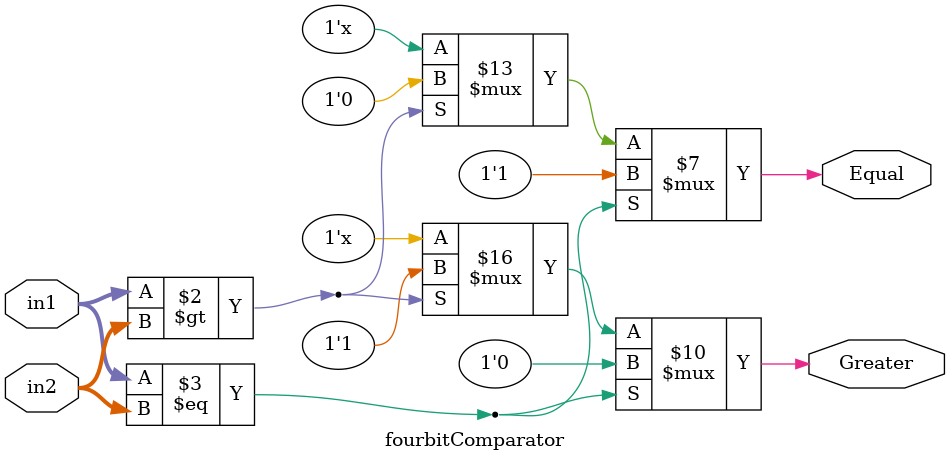
<source format=v>


`timescale 10ns / 10ps
module fourbitComparator(in1,in2,Greater,Equal);
  
    input wire [3:0]in1;
    input wire [3:0]in2;
    output reg Greater=1'b0,Equal=1'b0;
    always@(in1,in2)
        begin
            if(in1>in2)
                begin
                    Greater = 1'b1;
                    Equal = 1'b0;
                end
            if(in1==in2)
                begin
                    Greater = 1'b0;
                    Equal = 1'b1;
                end
        end
  
endmodule




</source>
